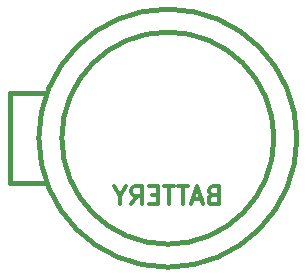
<source format=gbo>
G04 (created by PCBNEW (2011-nov-30)-testing) date Thu 18 Oct 2012 10:53:08 EDT*
%MOIN*%
G04 Gerber Fmt 3.4, Leading zero omitted, Abs format*
%FSLAX34Y34*%
G01*
G70*
G90*
G04 APERTURE LIST*
%ADD10C,3.93701e-06*%
%ADD11C,0.015*%
%ADD12C,0.012*%
G04 APERTURE END LIST*
G54D10*
G54D11*
X51944Y-39403D02*
X50724Y-39403D01*
X50724Y-39403D02*
X50724Y-42396D01*
X50724Y-42396D02*
X51944Y-42396D01*
X59535Y-40900D02*
G75*
G03X59535Y-40900I-3535J0D01*
G74*
G01*
X60301Y-40900D02*
G75*
G03X60301Y-40900I-4301J0D01*
G74*
G01*
G54D12*
X57500Y-42797D02*
X57414Y-42826D01*
X57385Y-42854D01*
X57357Y-42911D01*
X57357Y-42997D01*
X57385Y-43054D01*
X57414Y-43083D01*
X57471Y-43111D01*
X57700Y-43111D01*
X57700Y-42511D01*
X57500Y-42511D01*
X57442Y-42540D01*
X57414Y-42569D01*
X57385Y-42626D01*
X57385Y-42683D01*
X57414Y-42740D01*
X57442Y-42769D01*
X57500Y-42797D01*
X57700Y-42797D01*
X57128Y-42940D02*
X56842Y-42940D01*
X57185Y-43111D02*
X56985Y-42511D01*
X56785Y-43111D01*
X56671Y-42511D02*
X56328Y-42511D01*
X56500Y-43111D02*
X56500Y-42511D01*
X56214Y-42511D02*
X55871Y-42511D01*
X56042Y-43111D02*
X56042Y-42511D01*
X55671Y-42797D02*
X55471Y-42797D01*
X55385Y-43111D02*
X55671Y-43111D01*
X55671Y-42511D01*
X55385Y-42511D01*
X54785Y-43111D02*
X54985Y-42826D01*
X55128Y-43111D02*
X55128Y-42511D01*
X54899Y-42511D01*
X54842Y-42540D01*
X54814Y-42569D01*
X54785Y-42626D01*
X54785Y-42711D01*
X54814Y-42769D01*
X54842Y-42797D01*
X54899Y-42826D01*
X55128Y-42826D01*
X54414Y-42826D02*
X54414Y-43111D01*
X54614Y-42511D02*
X54414Y-42826D01*
X54214Y-42511D01*
M02*

</source>
